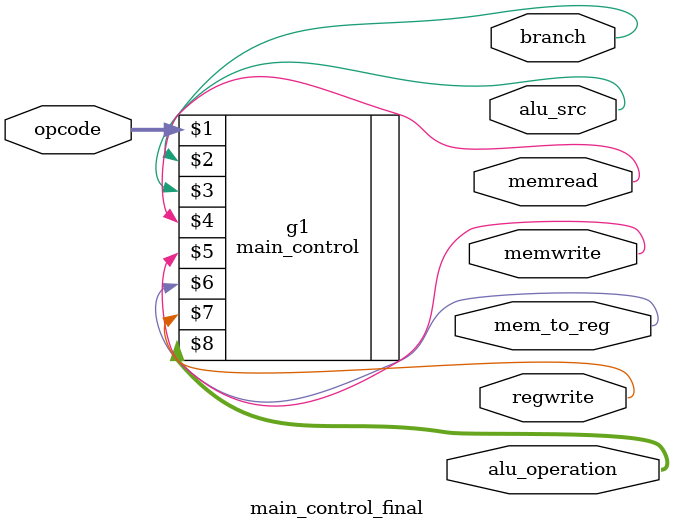
<source format=sv>

module main_control_final (input logic [6:0]opcode, output logic branch,alu_src,memread,memwrite,mem_to_reg,regwrite,output logic [2:0]alu_operation);

main_control g1(opcode,branch,alu_src,memread,memwrite,mem_to_reg,regwrite,alu_operation);


endmodule
</source>
